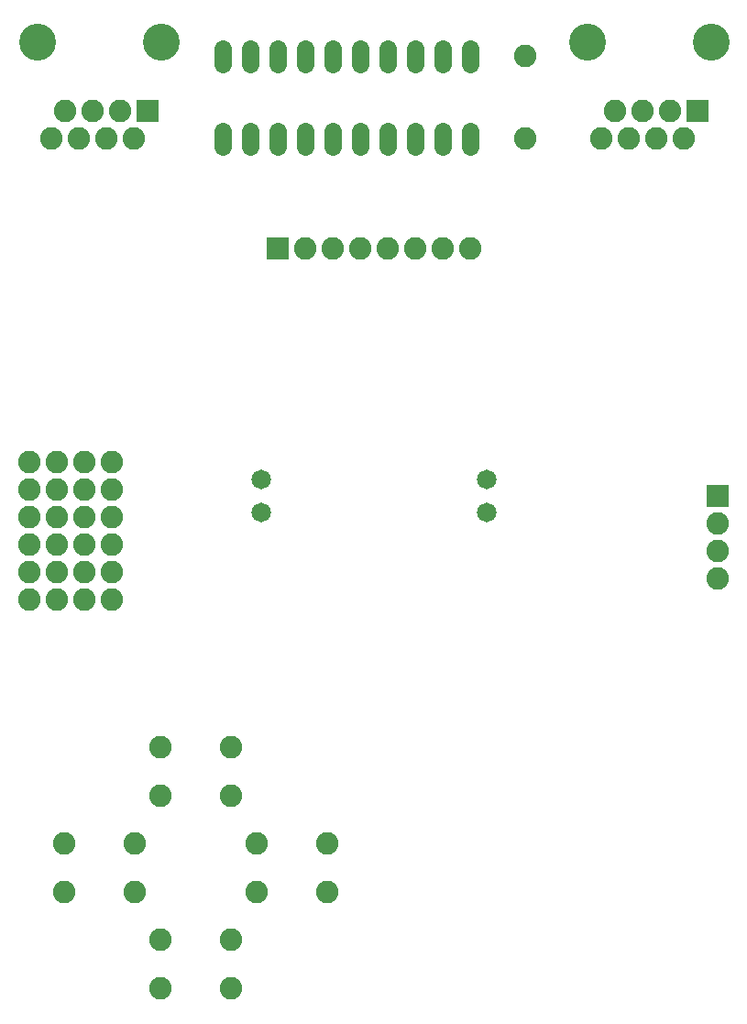
<source format=gts>
G75*
G70*
%OFA0B0*%
%FSLAX24Y24*%
%IPPOS*%
%LPD*%
%AMOC8*
5,1,8,0,0,1.08239X$1,22.5*
%
%ADD10C,0.0714*%
%ADD11C,0.0640*%
%ADD12R,0.0820X0.0820*%
%ADD13C,0.0820*%
%ADD14C,0.1340*%
D10*
X009937Y018667D03*
X009937Y019867D03*
X018137Y019867D03*
X018137Y018667D03*
D11*
X017535Y031987D02*
X017535Y032547D01*
X016535Y032547D02*
X016535Y031987D01*
X015535Y031987D02*
X015535Y032547D01*
X014535Y032547D02*
X014535Y031987D01*
X013535Y031987D02*
X013535Y032547D01*
X012535Y032547D02*
X012535Y031987D01*
X011535Y031987D02*
X011535Y032547D01*
X010535Y032547D02*
X010535Y031987D01*
X009535Y031987D02*
X009535Y032547D01*
X008535Y032547D02*
X008535Y031987D01*
X008535Y034987D02*
X008535Y035547D01*
X009535Y035547D02*
X009535Y034987D01*
X010535Y034987D02*
X010535Y035547D01*
X011535Y035547D02*
X011535Y034987D01*
X012535Y034987D02*
X012535Y035547D01*
X013535Y035547D02*
X013535Y034987D01*
X014535Y034987D02*
X014535Y035547D01*
X015535Y035547D02*
X015535Y034987D01*
X016535Y034987D02*
X016535Y035547D01*
X017535Y035547D02*
X017535Y034987D01*
D12*
X010537Y028267D03*
X005787Y033267D03*
X025787Y033267D03*
X026537Y019267D03*
D13*
X002757Y004877D03*
X002757Y006657D03*
X005317Y006657D03*
X005317Y004877D03*
X006257Y003157D03*
X006257Y001377D03*
X008817Y001377D03*
X008817Y003157D03*
X009757Y004877D03*
X009757Y006657D03*
X008817Y008377D03*
X008817Y010157D03*
X006257Y010157D03*
X006257Y008377D03*
X004487Y015517D03*
X004487Y016517D03*
X004487Y017517D03*
X004487Y018517D03*
X004487Y019517D03*
X004487Y020517D03*
X003487Y020517D03*
X003487Y019517D03*
X003487Y018517D03*
X003487Y017517D03*
X003487Y016517D03*
X003487Y015517D03*
X002487Y015517D03*
X002487Y016517D03*
X002487Y017517D03*
X002487Y018517D03*
X002487Y019517D03*
X002487Y020517D03*
X001487Y020517D03*
X001487Y019517D03*
X001487Y018517D03*
X001487Y017517D03*
X001487Y016517D03*
X001487Y015517D03*
X011537Y028267D03*
X012537Y028267D03*
X013537Y028267D03*
X014537Y028267D03*
X015537Y028267D03*
X016537Y028267D03*
X017537Y028267D03*
X019537Y032267D03*
X019537Y035267D03*
X022287Y032267D03*
X022787Y033267D03*
X023787Y033267D03*
X024287Y032267D03*
X023287Y032267D03*
X024787Y033267D03*
X025287Y032267D03*
X026537Y018267D03*
X026537Y017267D03*
X026537Y016267D03*
X012317Y006657D03*
X012317Y004877D03*
X005287Y032267D03*
X004287Y032267D03*
X004787Y033267D03*
X003787Y033267D03*
X003287Y032267D03*
X002287Y032267D03*
X002787Y033267D03*
D14*
X001787Y035767D03*
X006287Y035767D03*
X021787Y035767D03*
X026287Y035767D03*
M02*

</source>
